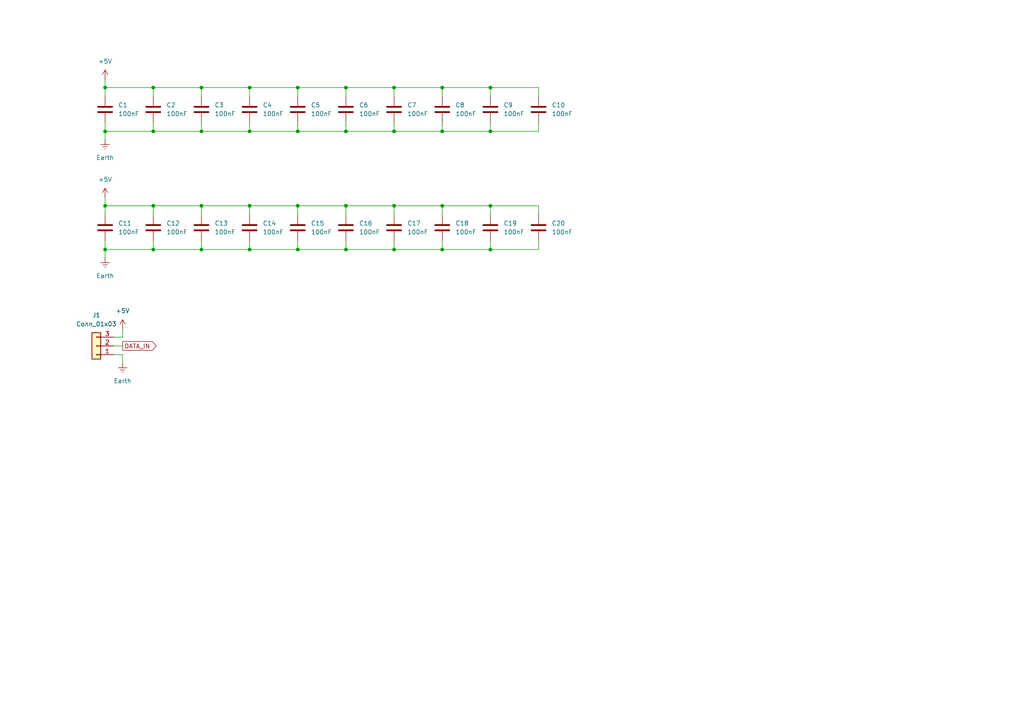
<source format=kicad_sch>
(kicad_sch (version 20231120) (generator "eeschema") (generator_version "8.0")
  (paper "A4")
  (title_block (title "Small Pendant") (rev "A") (company "MJHaahr") (comment 1 "Matthew Haahr"))
  (lib_symbols
    (symbol "Connector_Generic:Conn_01x03" (pin_names (offset 1.016) hide)
      (property "Reference" "J" (at 0 5.08 0))
      (property "Value" "Conn_01x03" (at 0 -5.08 0))
      (symbol "Conn_01x03_1_1"
        (rectangle (start -1.27 -2.413) (end 0 -2.667) (stroke (width 0.1524)))
        (rectangle (start -1.27 0.127) (end 0 -0.127) (stroke (width 0.1524)))
        (rectangle (start -1.27 2.667) (end 0 2.413) (stroke (width 0.1524)))
        (rectangle (start -1.27 3.81) (end 1.27 -3.81) (stroke (width 0.254)) (fill (type background)))
        (pin passive line (at -5.08 2.54 0) (length 3.81) (name "Pin_1") (number "1"))
        (pin passive line (at -5.08 0 0) (length 3.81) (name "Pin_2") (number "2"))
        (pin passive line (at -5.08 -2.54 0) (length 3.81) (name "Pin_3") (number "3"))
      )
    )
    (symbol "Device:C" (pin_numbers hide) (pin_names (offset 0.254))
      (property "Reference" "C" (at 0.635 2.54 0))
      (property "Value" "C" (at 0.635 -2.54 0))
      (symbol "C_0_1"
        (polyline (pts (xy -2.032 -0.762) (xy 2.032 -0.762)) (stroke (width 0.508)))
        (polyline (pts (xy -2.032 0.762) (xy 2.032 0.762)) (stroke (width 0.508)))
      )
      (symbol "C_1_1"
        (pin passive line (at 0 3.81 270) (length 2.794) (name "~") (number "1"))
        (pin passive line (at 0 -3.81 90) (length 2.794) (name "~") (number "2"))
      )
    )
    (symbol "power:+5V" (power) (pin_numbers hide) (pin_names (offset 0) hide)
      (property "Value" "+5V" (at 0 3.556 0))
      (symbol "+5V_0_1"
        (polyline (pts (xy -0.762 1.27) (xy 0 2.54)))
        (polyline (pts (xy 0 0) (xy 0 2.54)))
        (polyline (pts (xy 0 2.54) (xy 0.762 1.27)))
      )
      (symbol "+5V_1_1"
        (pin power_in line (at 0 0 90) (length 0) (name "~") (number "1"))
      )
    )
    (symbol "power:Earth" (power) (pin_numbers hide) (pin_names (offset 0) hide)
      (property "Value" "Earth" (at 0 -3.81 0))
      (symbol "Earth_0_1"
        (polyline (pts (xy -0.635 -1.905) (xy 0.635 -1.905)))
        (polyline (pts (xy -0.127 -2.54) (xy 0.127 -2.54)))
        (polyline (pts (xy 0 -1.27) (xy 0 0)))
        (polyline (pts (xy 1.27 -1.27) (xy -1.27 -1.27)))
      )
      (symbol "Earth_1_1"
        (pin power_in line (at 0 0 270) (length 0) (name "~") (number "1"))
      )
    )
  )
  (junction (at 128.27 59.69))
  (junction (at 58.42 72.39))
  (junction (at 72.39 72.39))
  (junction (at 44.45 72.39))
  (junction (at 72.39 38.1))
  (junction (at 142.24 59.69))
  (junction (at 100.33 59.69))
  (junction (at 30.48 59.69))
  (junction (at 114.3 59.69))
  (junction (at 30.48 72.39))
  (junction (at 86.36 59.69))
  (junction (at 100.33 38.1))
  (junction (at 142.24 25.4))
  (junction (at 128.27 72.39))
  (junction (at 30.48 25.4))
  (junction (at 114.3 25.4))
  (junction (at 100.33 25.4))
  (junction (at 114.3 38.1))
  (junction (at 58.42 59.69))
  (junction (at 44.45 38.1))
  (junction (at 114.3 72.39))
  (junction (at 72.39 59.69))
  (junction (at 142.24 38.1))
  (junction (at 100.33 72.39))
  (junction (at 30.48 38.1))
  (junction (at 86.36 25.4))
  (junction (at 142.24 72.39))
  (junction (at 44.45 25.4))
  (junction (at 128.27 25.4))
  (junction (at 86.36 72.39))
  (junction (at 72.39 25.4))
  (junction (at 86.36 38.1))
  (junction (at 58.42 38.1))
  (junction (at 58.42 25.4))
  (junction (at 44.45 59.69))
  (junction (at 128.27 38.1))
  (wire (pts (xy 86.36 25.4) (xy 86.36 27.94)))
  (wire (pts (xy 128.27 25.4) (xy 142.24 25.4)))
  (wire (pts (xy 100.33 59.69) (xy 114.3 59.69)))
  (wire (pts (xy 30.48 38.1) (xy 30.48 35.56)))
  (wire (pts (xy 58.42 25.4) (xy 58.42 27.94)))
  (wire (pts (xy 44.45 38.1) (xy 44.45 35.56)))
  (wire (pts (xy 44.45 25.4) (xy 44.45 27.94)))
  (wire (pts (xy 114.3 38.1) (xy 114.3 35.56)))
  (wire (pts (xy 114.3 25.4) (xy 114.3 27.94)))
  (wire (pts (xy 33.02 102.87) (xy 35.56 102.87)))
  (wire (pts (xy 44.45 59.69) (xy 44.45 62.23)))
  (wire (pts (xy 35.56 102.87) (xy 35.56 105.41)))
  (wire (pts (xy 114.3 25.4) (xy 128.27 25.4)))
  (wire (pts (xy 156.21 25.4) (xy 156.21 27.94)))
  (wire (pts (xy 72.39 25.4) (xy 86.36 25.4)))
  (wire (pts (xy 72.39 72.39) (xy 58.42 72.39)))
  (wire (pts (xy 128.27 25.4) (xy 128.27 27.94)))
  (wire (pts (xy 142.24 59.69) (xy 142.24 62.23)))
  (wire (pts (xy 128.27 59.69) (xy 128.27 62.23)))
  (wire (pts (xy 86.36 38.1) (xy 72.39 38.1)))
  (wire (pts (xy 30.48 72.39) (xy 30.48 69.85)))
  (wire (pts (xy 58.42 25.4) (xy 72.39 25.4)))
  (wire (pts (xy 58.42 72.39) (xy 44.45 72.39)))
  (wire (pts (xy 72.39 72.39) (xy 72.39 69.85)))
  (wire (pts (xy 30.48 22.86) (xy 30.48 25.4)))
  (wire (pts (xy 44.45 72.39) (xy 44.45 69.85)))
  (wire (pts (xy 30.48 59.69) (xy 44.45 59.69)))
  (wire (pts (xy 35.56 95.25) (xy 35.56 97.79)))
  (wire (pts (xy 86.36 25.4) (xy 100.33 25.4)))
  (wire (pts (xy 128.27 72.39) (xy 128.27 69.85)))
  (wire (pts (xy 86.36 38.1) (xy 86.36 35.56)))
  (wire (pts (xy 58.42 59.69) (xy 58.42 62.23)))
  (wire (pts (xy 58.42 59.69) (xy 72.39 59.69)))
  (wire (pts (xy 156.21 38.1) (xy 142.24 38.1)))
  (wire (pts (xy 100.33 38.1) (xy 100.33 35.56)))
  (wire (pts (xy 44.45 59.69) (xy 58.42 59.69)))
  (wire (pts (xy 72.39 25.4) (xy 72.39 27.94)))
  (wire (pts (xy 44.45 72.39) (xy 30.48 72.39)))
  (wire (pts (xy 33.02 97.79) (xy 35.56 97.79)))
  (wire (pts (xy 156.21 59.69) (xy 156.21 62.23)))
  (wire (pts (xy 58.42 38.1) (xy 58.42 35.56)))
  (wire (pts (xy 58.42 72.39) (xy 58.42 69.85)))
  (wire (pts (xy 142.24 59.69) (xy 156.21 59.69)))
  (wire (pts (xy 142.24 25.4) (xy 156.21 25.4)))
  (wire (pts (xy 142.24 25.4) (xy 142.24 27.94)))
  (wire (pts (xy 86.36 59.69) (xy 100.33 59.69)))
  (wire (pts (xy 128.27 59.69) (xy 142.24 59.69)))
  (wire (pts (xy 72.39 59.69) (xy 86.36 59.69)))
  (wire (pts (xy 114.3 59.69) (xy 114.3 62.23)))
  (wire (pts (xy 86.36 72.39) (xy 86.36 69.85)))
  (wire (pts (xy 30.48 40.64) (xy 30.48 38.1)))
  (wire (pts (xy 72.39 38.1) (xy 58.42 38.1)))
  (wire (pts (xy 114.3 72.39) (xy 100.33 72.39)))
  (wire (pts (xy 30.48 74.93) (xy 30.48 72.39)))
  (wire (pts (xy 44.45 38.1) (xy 30.48 38.1)))
  (wire (pts (xy 128.27 72.39) (xy 114.3 72.39)))
  (wire (pts (xy 100.33 72.39) (xy 100.33 69.85)))
  (wire (pts (xy 114.3 72.39) (xy 114.3 69.85)))
  (wire (pts (xy 100.33 25.4) (xy 114.3 25.4)))
  (wire (pts (xy 30.48 57.15) (xy 30.48 59.69)))
  (wire (pts (xy 142.24 72.39) (xy 142.24 69.85)))
  (wire (pts (xy 30.48 25.4) (xy 44.45 25.4)))
  (wire (pts (xy 128.27 38.1) (xy 128.27 35.56)))
  (wire (pts (xy 33.02 100.33) (xy 35.56 100.33)))
  (wire (pts (xy 156.21 35.56) (xy 156.21 38.1)))
  (wire (pts (xy 100.33 59.69) (xy 100.33 62.23)))
  (wire (pts (xy 86.36 59.69) (xy 86.36 62.23)))
  (wire (pts (xy 142.24 38.1) (xy 128.27 38.1)))
  (wire (pts (xy 142.24 38.1) (xy 142.24 35.56)))
  (wire (pts (xy 156.21 72.39) (xy 142.24 72.39)))
  (wire (pts (xy 86.36 72.39) (xy 72.39 72.39)))
  (wire (pts (xy 100.33 38.1) (xy 86.36 38.1)))
  (wire (pts (xy 58.42 38.1) (xy 44.45 38.1)))
  (wire (pts (xy 44.45 25.4) (xy 58.42 25.4)))
  (wire (pts (xy 114.3 59.69) (xy 128.27 59.69)))
  (wire (pts (xy 156.21 69.85) (xy 156.21 72.39)))
  (wire (pts (xy 128.27 38.1) (xy 114.3 38.1)))
  (wire (pts (xy 30.48 27.94) (xy 30.48 25.4)))
  (wire (pts (xy 100.33 25.4) (xy 100.33 27.94)))
  (wire (pts (xy 30.48 62.23) (xy 30.48 59.69)))
  (wire (pts (xy 114.3 38.1) (xy 100.33 38.1)))
  (wire (pts (xy 72.39 59.69) (xy 72.39 62.23)))
  (wire (pts (xy 142.24 72.39) (xy 128.27 72.39)))
  (wire (pts (xy 72.39 38.1) (xy 72.39 35.56)))
  (wire (pts (xy 100.33 72.39) (xy 86.36 72.39)))
  (global_label "DATA_IN" (shape output) (at 35.56 100.33 0) (property "Intersheetrefs" "${INTERSHEET_REFS}" (effects (hide yes))))
  (symbol (lib_id "Device:C") (at 44.45 31.75 0) (unit 1)
    (property "Reference" "C2" (at 48.26 30.4799 0) (effects (justify left)))
    (property "Value" "100nF" (at 48.26 33.0199 0) (effects (justify left)))
    (property "Footprint" "Capacitor_SMD:C_0402_1005Metric" (effects (hide yes)))
    (property "Description" "Unpolarized capacitor" (effects (hide yes)))
  )
  (symbol (lib_id "Device:C") (at 128.27 31.75 0) (unit 1)
    (property "Reference" "C8" (at 132.08 30.4799 0) (effects (justify left)))
    (property "Value" "100nF" (at 132.08 33.0199 0) (effects (justify left)))
    (property "Footprint" "Capacitor_SMD:C_0402_1005Metric" (effects (hide yes)))
    (property "Description" "Unpolarized capacitor" (effects (hide yes)))
  )
  (symbol (lib_id "Device:C") (at 58.42 66.04 0) (unit 1)
    (property "Reference" "C13" (at 62.23 64.7699 0) (effects (justify left)))
    (property "Value" "100nF" (at 62.23 67.3099 0) (effects (justify left)))
    (property "Footprint" "Capacitor_SMD:C_0402_1005Metric" (effects (hide yes)))
    (property "Description" "Unpolarized capacitor" (effects (hide yes)))
  )
  (symbol (lib_id "Connector_Generic:Conn_01x03") (at 27.94 100.33 180) (unit 1)
    (property "Reference" "J1" (at 27.94 91.44 0))
    (property "Value" "Conn_01x03" (at 27.94 93.98 0))
    (property "Footprint" "Connector_PinSocket_2.54mm:PinSocket_1x03_P2.54mm_Vertical_SMD_Pin1Right" (effects (hide yes)))
    (property "Description" "Generic connector, single row, 01x03, script generated (kicad-library-utils/schlib/autogen/connector/)" (effects (hide yes)))
  )
  (symbol (lib_id "Device:C") (at 44.45 66.04 0) (unit 1)
    (property "Reference" "C12" (at 48.26 64.7699 0) (effects (justify left)))
    (property "Value" "100nF" (at 48.26 67.3099 0) (effects (justify left)))
    (property "Footprint" "Capacitor_SMD:C_0402_1005Metric" (effects (hide yes)))
    (property "Description" "Unpolarized capacitor" (effects (hide yes)))
  )
  (symbol (lib_id "Device:C") (at 114.3 66.04 0) (unit 1)
    (property "Reference" "C17" (at 118.11 64.7699 0) (effects (justify left)))
    (property "Value" "100nF" (at 118.11 67.3099 0) (effects (justify left)))
    (property "Footprint" "Capacitor_SMD:C_0402_1005Metric" (effects (hide yes)))
    (property "Description" "Unpolarized capacitor" (effects (hide yes)))
  )
  (symbol (lib_id "power:+5V") (at 30.48 22.86 0) (unit 1)
    (property "Reference" "#PWR021" (effects (hide yes)))
    (property "Value" "+5V" (at 30.48 17.78 0))
    (property "Description" "Power symbol creates a global label with name \"+5V\"" (effects (hide yes)))
  )
  (symbol (lib_id "Device:C") (at 72.39 66.04 0) (unit 1)
    (property "Reference" "C14" (at 76.2 64.7699 0) (effects (justify left)))
    (property "Value" "100nF" (at 76.2 67.3099 0) (effects (justify left)))
    (property "Footprint" "Capacitor_SMD:C_0402_1005Metric" (effects (hide yes)))
    (property "Description" "Unpolarized capacitor" (effects (hide yes)))
  )
  (symbol (lib_id "Device:C") (at 142.24 31.75 0) (unit 1)
    (property "Reference" "C9" (at 146.05 30.4799 0) (effects (justify left)))
    (property "Value" "100nF" (at 146.05 33.0199 0) (effects (justify left)))
    (property "Footprint" "Capacitor_SMD:C_0402_1005Metric" (effects (hide yes)))
    (property "Description" "Unpolarized capacitor" (effects (hide yes)))
  )
  (symbol (lib_id "Device:C") (at 86.36 66.04 0) (unit 1)
    (property "Reference" "C15" (at 90.17 64.7699 0) (effects (justify left)))
    (property "Value" "100nF" (at 90.17 67.3099 0) (effects (justify left)))
    (property "Footprint" "Capacitor_SMD:C_0402_1005Metric" (effects (hide yes)))
    (property "Description" "Unpolarized capacitor" (effects (hide yes)))
  )
  (symbol (lib_id "Device:C") (at 30.48 66.04 0) (unit 1)
    (property "Reference" "C11" (at 34.29 64.7699 0) (effects (justify left)))
    (property "Value" "100nF" (at 34.29 67.3099 0) (effects (justify left)))
    (property "Footprint" "Capacitor_SMD:C_0402_1005Metric" (effects (hide yes)))
    (property "Description" "Unpolarized capacitor" (effects (hide yes)))
  )
  (symbol (lib_id "Device:C") (at 58.42 31.75 0) (unit 1)
    (property "Reference" "C3" (at 62.23 30.4799 0) (effects (justify left)))
    (property "Value" "100nF" (at 62.23 33.0199 0) (effects (justify left)))
    (property "Footprint" "Capacitor_SMD:C_0402_1005Metric" (effects (hide yes)))
    (property "Description" "Unpolarized capacitor" (effects (hide yes)))
  )
  (symbol (lib_id "Device:C") (at 72.39 31.75 0) (unit 1)
    (property "Reference" "C4" (at 76.2 30.4799 0) (effects (justify left)))
    (property "Value" "100nF" (at 76.2 33.0199 0) (effects (justify left)))
    (property "Footprint" "Capacitor_SMD:C_0402_1005Metric" (effects (hide yes)))
    (property "Description" "Unpolarized capacitor" (effects (hide yes)))
  )
  (symbol (lib_id "Device:C") (at 100.33 66.04 0) (unit 1)
    (property "Reference" "C16" (at 104.14 64.7699 0) (effects (justify left)))
    (property "Value" "100nF" (at 104.14 67.3099 0) (effects (justify left)))
    (property "Footprint" "Capacitor_SMD:C_0402_1005Metric" (effects (hide yes)))
    (property "Description" "Unpolarized capacitor" (effects (hide yes)))
  )
  (symbol (lib_id "power:Earth") (at 30.48 74.93 0) (unit 1)
    (property "Reference" "#PWR024" (effects (hide yes)))
    (property "Value" "Earth" (at 30.48 80.01 0))
    (property "Description" "Power symbol creates a global label with name \"Earth\"" (effects (hide yes)))
  )
  (symbol (lib_id "Device:C") (at 30.48 31.75 0) (unit 1)
    (property "Reference" "C1" (at 34.29 30.4799 0) (effects (justify left)))
    (property "Value" "100nF" (at 34.29 33.0199 0) (effects (justify left)))
    (property "Footprint" "Capacitor_SMD:C_0402_1005Metric" (effects (hide yes)))
    (property "Description" "Unpolarized capacitor" (effects (hide yes)))
  )
  (symbol (lib_id "Device:C") (at 156.21 66.04 0) (unit 1)
    (property "Reference" "C20" (at 160.02 64.7699 0) (effects (justify left)))
    (property "Value" "100nF" (at 160.02 67.3099 0) (effects (justify left)))
    (property "Footprint" "Capacitor_SMD:C_0402_1005Metric" (effects (hide yes)))
    (property "Description" "Unpolarized capacitor" (effects (hide yes)))
  )
  (symbol (lib_id "Device:C") (at 128.27 66.04 0) (unit 1)
    (property "Reference" "C18" (at 132.08 64.7699 0) (effects (justify left)))
    (property "Value" "100nF" (at 132.08 67.3099 0) (effects (justify left)))
    (property "Footprint" "Capacitor_SMD:C_0402_1005Metric" (effects (hide yes)))
    (property "Description" "Unpolarized capacitor" (effects (hide yes)))
  )
  (symbol (lib_id "Device:C") (at 156.21 31.75 0) (unit 1)
    (property "Reference" "C10" (at 160.02 30.4799 0) (effects (justify left)))
    (property "Value" "100nF" (at 160.02 33.0199 0) (effects (justify left)))
    (property "Footprint" "Capacitor_SMD:C_0402_1005Metric" (effects (hide yes)))
    (property "Description" "Unpolarized capacitor" (effects (hide yes)))
  )
  (symbol (lib_id "power:+5V") (at 35.56 95.25 0) (unit 1)
    (property "Reference" "#PWR026" (effects (hide yes)))
    (property "Value" "+5V" (at 35.56 90.17 0))
    (property "Description" "Power symbol creates a global label with name \"+5V\"" (effects (hide yes)))
  )
  (symbol (lib_id "Device:C") (at 86.36 31.75 0) (unit 1)
    (property "Reference" "C5" (at 90.17 30.4799 0) (effects (justify left)))
    (property "Value" "100nF" (at 90.17 33.0199 0) (effects (justify left)))
    (property "Footprint" "Capacitor_SMD:C_0402_1005Metric" (effects (hide yes)))
    (property "Description" "Unpolarized capacitor" (effects (hide yes)))
  )
  (symbol (lib_id "power:Earth") (at 35.56 105.41 0) (unit 1)
    (property "Reference" "#PWR025" (effects (hide yes)))
    (property "Value" "Earth" (at 35.56 110.49 0))
    (property "Description" "Power symbol creates a global label with name \"Earth\"" (effects (hide yes)))
  )
  (symbol (lib_id "Device:C") (at 114.3 31.75 0) (unit 1)
    (property "Reference" "C7" (at 118.11 30.4799 0) (effects (justify left)))
    (property "Value" "100nF" (at 118.11 33.0199 0) (effects (justify left)))
    (property "Footprint" "Capacitor_SMD:C_0402_1005Metric" (effects (hide yes)))
    (property "Description" "Unpolarized capacitor" (effects (hide yes)))
  )
  (symbol (lib_id "Device:C") (at 100.33 31.75 0) (unit 1)
    (property "Reference" "C6" (at 104.14 30.4799 0) (effects (justify left)))
    (property "Value" "100nF" (at 104.14 33.0199 0) (effects (justify left)))
    (property "Footprint" "Capacitor_SMD:C_0402_1005Metric" (effects (hide yes)))
    (property "Description" "Unpolarized capacitor" (effects (hide yes)))
  )
  (symbol (lib_id "power:Earth") (at 30.48 40.64 0) (unit 1)
    (property "Reference" "#PWR022" (effects (hide yes)))
    (property "Value" "Earth" (at 30.48 45.72 0))
    (property "Description" "Power symbol creates a global label with name \"Earth\"" (effects (hide yes)))
  )
  (symbol (lib_id "power:+5V") (at 30.48 57.15 0) (unit 1)
    (property "Reference" "#PWR023" (effects (hide yes)))
    (property "Value" "+5V" (at 30.48 52.07 0))
    (property "Description" "Power symbol creates a global label with name \"+5V\"" (effects (hide yes)))
  )
  (symbol (lib_id "Device:C") (at 142.24 66.04 0) (unit 1)
    (property "Reference" "C19" (at 146.05 64.7699 0) (effects (justify left)))
    (property "Value" "100nF" (at 146.05 67.3099 0) (effects (justify left)))
    (property "Footprint" "Capacitor_SMD:C_0402_1005Metric" (effects (hide yes)))
    (property "Description" "Unpolarized capacitor" (effects (hide yes)))
  )
)
</source>
